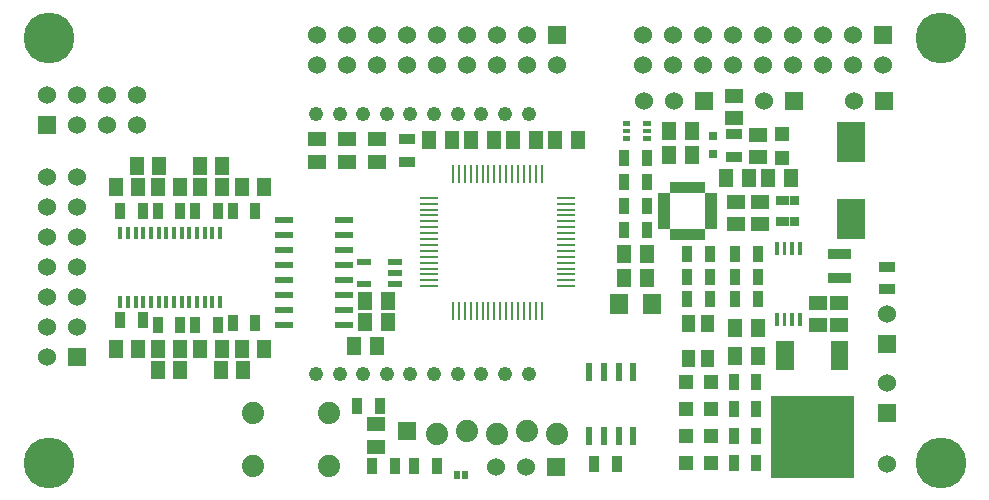
<source format=gts>
G04 (created by PCBNEW (2013-mar-13)-testing) date Wed 25 Sep 2013 08:25:31 AM PDT*
%MOIN*%
G04 Gerber Fmt 3.4, Leading zero omitted, Abs format*
%FSLAX34Y34*%
G01*
G70*
G90*
G04 APERTURE LIST*
%ADD10C,0.005906*%
%ADD11R,0.059000X0.011000*%
%ADD12R,0.011000X0.059000*%
%ADD13R,0.059000X0.051200*%
%ADD14R,0.094500X0.137800*%
%ADD15R,0.051200X0.059000*%
%ADD16R,0.063000X0.071000*%
%ADD17R,0.047200X0.047200*%
%ADD18R,0.031400X0.031400*%
%ADD19R,0.020000X0.030000*%
%ADD20R,0.060000X0.060000*%
%ADD21C,0.060000*%
%ADD22R,0.035000X0.055000*%
%ADD23R,0.055000X0.035000*%
%ADD24C,0.074000*%
%ADD25R,0.012000X0.039000*%
%ADD26R,0.047200X0.021600*%
%ADD27R,0.059055X0.023622*%
%ADD28C,0.169291*%
%ADD29R,0.023622X0.062992*%
%ADD30R,0.025606X0.037406*%
%ADD31C,0.048189*%
G04 APERTURE END LIST*
G54D10*
G54D11*
X63683Y-40576D03*
X63683Y-40379D03*
X63683Y-40182D03*
X63683Y-39985D03*
X63683Y-39788D03*
X63683Y-39592D03*
X63683Y-39395D03*
X63683Y-39198D03*
X63683Y-39002D03*
X63683Y-38805D03*
X63683Y-38608D03*
X63683Y-38412D03*
X63683Y-38215D03*
X63683Y-38018D03*
X63683Y-37821D03*
X63683Y-37624D03*
G54D12*
X62876Y-36817D03*
X62679Y-36817D03*
X62482Y-36817D03*
X62285Y-36817D03*
X62088Y-36817D03*
X61892Y-36817D03*
X61695Y-36817D03*
X61498Y-36817D03*
X61302Y-36817D03*
X61105Y-36817D03*
X60908Y-36817D03*
X60712Y-36817D03*
X60515Y-36817D03*
X60318Y-36817D03*
X60121Y-36817D03*
X59924Y-36817D03*
G54D11*
X59117Y-37624D03*
X59117Y-37821D03*
X59117Y-38018D03*
X59117Y-38215D03*
X59117Y-38412D03*
X59117Y-38608D03*
X59117Y-38805D03*
X59117Y-39002D03*
X59117Y-39198D03*
X59117Y-39395D03*
X59117Y-39592D03*
X59117Y-39788D03*
X59117Y-39985D03*
X59117Y-40182D03*
X59117Y-40379D03*
X59117Y-40576D03*
G54D12*
X59924Y-41383D03*
X60121Y-41383D03*
X60318Y-41383D03*
X60515Y-41383D03*
X60712Y-41383D03*
X60908Y-41383D03*
X61105Y-41383D03*
X61302Y-41383D03*
X61498Y-41383D03*
X61695Y-41383D03*
X61892Y-41383D03*
X62088Y-41383D03*
X62285Y-41383D03*
X62482Y-41383D03*
X62679Y-41383D03*
X62876Y-41383D03*
G54D13*
X72800Y-41125D03*
X72800Y-41875D03*
X57350Y-45925D03*
X57350Y-45175D03*
X72100Y-41125D03*
X72100Y-41875D03*
G54D14*
X73200Y-38330D03*
X73200Y-35770D03*
G54D15*
X66375Y-39500D03*
X65625Y-39500D03*
G54D13*
X56400Y-36425D03*
X56400Y-35675D03*
G54D15*
X63325Y-35700D03*
X64075Y-35700D03*
X65625Y-40300D03*
X66375Y-40300D03*
X69325Y-42900D03*
X70075Y-42900D03*
G54D16*
X65450Y-41180D03*
X66550Y-41180D03*
G54D15*
X61925Y-35700D03*
X62675Y-35700D03*
X61275Y-35700D03*
X60525Y-35700D03*
X59875Y-35700D03*
X59125Y-35700D03*
G54D13*
X57400Y-35675D03*
X57400Y-36425D03*
X69300Y-34225D03*
X69300Y-34975D03*
G54D15*
X71175Y-36950D03*
X70425Y-36950D03*
X69775Y-36950D03*
X69025Y-36950D03*
G54D13*
X70150Y-38500D03*
X70150Y-37750D03*
X55400Y-35675D03*
X55400Y-36425D03*
G54D15*
X50075Y-43350D03*
X50825Y-43350D03*
G54D13*
X69350Y-38500D03*
X69350Y-37750D03*
G54D15*
X67875Y-36200D03*
X67125Y-36200D03*
G54D13*
X70100Y-36275D03*
X70100Y-35525D03*
G54D15*
X67875Y-35400D03*
X67125Y-35400D03*
X70075Y-41950D03*
X69325Y-41950D03*
X52175Y-43350D03*
X52925Y-43350D03*
X48675Y-42650D03*
X49425Y-42650D03*
X50825Y-42650D03*
X50075Y-42650D03*
X51475Y-42650D03*
X52225Y-42650D03*
X52875Y-42650D03*
X53625Y-42650D03*
X57375Y-42575D03*
X56625Y-42575D03*
X57000Y-41075D03*
X57750Y-41075D03*
X57000Y-41750D03*
X57750Y-41750D03*
X52875Y-37250D03*
X53625Y-37250D03*
X51475Y-37250D03*
X52225Y-37250D03*
X50825Y-37250D03*
X50075Y-37250D03*
X48675Y-37250D03*
X49425Y-37250D03*
X49375Y-36550D03*
X50125Y-36550D03*
X51475Y-36550D03*
X52225Y-36550D03*
G54D17*
X67687Y-46450D03*
X68513Y-46450D03*
X67687Y-45550D03*
X68513Y-45550D03*
X67687Y-44650D03*
X68513Y-44650D03*
X67687Y-43750D03*
X68513Y-43750D03*
X70900Y-36313D03*
X70900Y-35487D03*
G54D18*
X68600Y-36155D03*
X68600Y-35565D03*
G54D19*
X60340Y-46850D03*
X60060Y-46850D03*
G54D20*
X74400Y-42500D03*
G54D21*
X74400Y-41500D03*
G54D20*
X74400Y-44800D03*
G54D21*
X74400Y-43800D03*
G54D20*
X63350Y-46600D03*
G54D21*
X62350Y-46600D03*
X61350Y-46600D03*
G54D22*
X58625Y-46550D03*
X59375Y-46550D03*
X69325Y-41000D03*
X70075Y-41000D03*
X69325Y-40250D03*
X70075Y-40250D03*
X57225Y-46550D03*
X57975Y-46550D03*
X69325Y-39500D03*
X70075Y-39500D03*
G54D23*
X74400Y-40675D03*
X74400Y-39925D03*
G54D22*
X68475Y-41000D03*
X67725Y-41000D03*
X68475Y-40250D03*
X67725Y-40250D03*
X68475Y-39500D03*
X67725Y-39500D03*
X69275Y-43750D03*
X70025Y-43750D03*
X69275Y-46450D03*
X70025Y-46450D03*
X69275Y-45550D03*
X70025Y-45550D03*
X65375Y-46500D03*
X64625Y-46500D03*
G54D23*
X58400Y-35675D03*
X58400Y-36425D03*
G54D22*
X66375Y-37900D03*
X65625Y-37900D03*
X69275Y-44650D03*
X70025Y-44650D03*
X50825Y-41850D03*
X50075Y-41850D03*
X66375Y-38700D03*
X65625Y-38700D03*
X66375Y-36300D03*
X65625Y-36300D03*
X51325Y-41850D03*
X52075Y-41850D03*
G54D23*
X69275Y-36250D03*
X69275Y-35500D03*
G54D22*
X56725Y-44550D03*
X57475Y-44550D03*
X66375Y-37100D03*
X65625Y-37100D03*
X48825Y-41700D03*
X49575Y-41700D03*
X53325Y-41800D03*
X52575Y-41800D03*
X49575Y-38050D03*
X48825Y-38050D03*
X50075Y-38050D03*
X50825Y-38050D03*
X52075Y-38050D03*
X51325Y-38050D03*
X52575Y-38050D03*
X53325Y-38050D03*
G54D24*
X53246Y-44785D03*
X55804Y-44790D03*
X53246Y-46565D03*
X55804Y-46560D03*
G54D10*
G36*
X71542Y-39112D02*
X71542Y-39525D01*
X71424Y-39525D01*
X71424Y-39112D01*
X71542Y-39112D01*
X71542Y-39112D01*
G37*
G36*
X71287Y-39112D02*
X71287Y-39525D01*
X71168Y-39525D01*
X71168Y-39112D01*
X71287Y-39112D01*
X71287Y-39112D01*
G37*
G36*
X71031Y-39112D02*
X71031Y-39525D01*
X70912Y-39525D01*
X70912Y-39112D01*
X71031Y-39112D01*
X71031Y-39112D01*
G37*
G36*
X70775Y-39112D02*
X70775Y-39525D01*
X70657Y-39525D01*
X70657Y-39112D01*
X70775Y-39112D01*
X70775Y-39112D01*
G37*
G36*
X70775Y-41474D02*
X70775Y-41887D01*
X70657Y-41887D01*
X70657Y-41474D01*
X70775Y-41474D01*
X70775Y-41474D01*
G37*
G36*
X71031Y-41474D02*
X71031Y-41887D01*
X70912Y-41887D01*
X70912Y-41474D01*
X71031Y-41474D01*
X71031Y-41474D01*
G37*
G36*
X71287Y-41474D02*
X71287Y-41887D01*
X71168Y-41887D01*
X71168Y-41474D01*
X71287Y-41474D01*
X71287Y-41474D01*
G37*
G36*
X71542Y-41474D02*
X71542Y-41887D01*
X71424Y-41887D01*
X71424Y-41474D01*
X71542Y-41474D01*
X71542Y-41474D01*
G37*
G36*
X73100Y-42391D02*
X73100Y-43375D01*
X72510Y-43375D01*
X72510Y-42391D01*
X73100Y-42391D01*
X73100Y-42391D01*
G37*
G36*
X71289Y-42391D02*
X71289Y-43375D01*
X70699Y-43375D01*
X70699Y-42391D01*
X71289Y-42391D01*
X71289Y-42391D01*
G37*
G36*
X73277Y-44222D02*
X73277Y-46977D01*
X70522Y-46977D01*
X70522Y-44222D01*
X73277Y-44222D01*
X73277Y-44222D01*
G37*
G36*
X68198Y-41533D02*
X68631Y-41533D01*
X68631Y-42085D01*
X68198Y-42085D01*
X68198Y-41533D01*
X68198Y-41533D01*
G37*
G36*
X68198Y-42714D02*
X68631Y-42714D01*
X68631Y-43266D01*
X68198Y-43266D01*
X68198Y-42714D01*
X68198Y-42714D01*
G37*
G36*
X67568Y-42714D02*
X68001Y-42714D01*
X68001Y-43266D01*
X67568Y-43266D01*
X67568Y-42714D01*
X67568Y-42714D01*
G37*
G36*
X67568Y-41533D02*
X68001Y-41533D01*
X68001Y-42085D01*
X67568Y-42085D01*
X67568Y-41533D01*
X67568Y-41533D01*
G37*
G54D25*
X48837Y-41098D03*
X49093Y-41098D03*
X49349Y-41098D03*
X49605Y-41098D03*
X49861Y-41098D03*
X50117Y-41098D03*
X50373Y-41098D03*
X50627Y-41098D03*
X50883Y-41098D03*
X51139Y-41098D03*
X51395Y-41098D03*
X51651Y-41098D03*
X51907Y-41098D03*
X52163Y-41098D03*
X52163Y-38802D03*
X51907Y-38802D03*
X51651Y-38802D03*
X51395Y-38802D03*
X51139Y-38802D03*
X50883Y-38802D03*
X50627Y-38802D03*
X50373Y-38802D03*
X50117Y-38802D03*
X49861Y-38802D03*
X49605Y-38802D03*
X49349Y-38802D03*
X49093Y-38802D03*
X48837Y-38802D03*
G54D26*
X57986Y-40499D03*
X57986Y-40125D03*
X57986Y-39751D03*
X56964Y-39751D03*
X56964Y-40499D03*
G54D10*
G36*
X65577Y-35064D02*
X65832Y-35064D01*
X65832Y-35224D01*
X65577Y-35224D01*
X65577Y-35064D01*
X65577Y-35064D01*
G37*
G36*
X65577Y-35320D02*
X65832Y-35320D01*
X65832Y-35479D01*
X65577Y-35479D01*
X65577Y-35320D01*
X65577Y-35320D01*
G37*
G36*
X65577Y-35575D02*
X65832Y-35575D01*
X65832Y-35735D01*
X65577Y-35735D01*
X65577Y-35575D01*
X65577Y-35575D01*
G37*
G36*
X66267Y-35575D02*
X66522Y-35575D01*
X66522Y-35735D01*
X66267Y-35735D01*
X66267Y-35575D01*
X66267Y-35575D01*
G37*
G36*
X66267Y-35320D02*
X66522Y-35320D01*
X66522Y-35479D01*
X66267Y-35479D01*
X66267Y-35320D01*
X66267Y-35320D01*
G37*
G36*
X66267Y-35064D02*
X66522Y-35064D01*
X66522Y-35224D01*
X66267Y-35224D01*
X66267Y-35064D01*
X66267Y-35064D01*
G37*
G54D21*
X74400Y-46500D03*
G54D10*
G36*
X63700Y-31900D02*
X63700Y-32500D01*
X63100Y-32500D01*
X63100Y-31900D01*
X63700Y-31900D01*
X63700Y-31900D01*
G37*
G54D21*
X63400Y-33200D03*
X62400Y-32200D03*
X62400Y-33200D03*
X61400Y-32200D03*
X61400Y-33200D03*
X60400Y-32200D03*
X60400Y-33200D03*
X59400Y-32200D03*
X59400Y-33200D03*
X58400Y-32200D03*
X58400Y-33200D03*
X57400Y-32200D03*
X57400Y-33200D03*
X56400Y-32200D03*
X56400Y-33200D03*
X55400Y-32200D03*
X55400Y-33200D03*
G54D10*
G36*
X74550Y-31900D02*
X74550Y-32500D01*
X73950Y-32500D01*
X73950Y-31900D01*
X74550Y-31900D01*
X74550Y-31900D01*
G37*
G54D21*
X74250Y-33200D03*
X73250Y-32200D03*
X73250Y-33200D03*
X72250Y-32200D03*
X72250Y-33200D03*
X71250Y-32200D03*
X71250Y-33200D03*
X70250Y-32200D03*
X70250Y-33200D03*
X69250Y-32200D03*
X69250Y-33200D03*
X68250Y-32200D03*
X68250Y-33200D03*
X67250Y-32200D03*
X67250Y-33200D03*
X66250Y-32200D03*
X66250Y-33200D03*
G54D20*
X58400Y-45400D03*
G54D24*
X59400Y-45500D03*
X60400Y-45400D03*
X61400Y-45500D03*
X62400Y-45400D03*
X63400Y-45500D03*
G54D20*
X71300Y-34400D03*
G54D21*
X70300Y-34400D03*
G54D20*
X74300Y-34400D03*
G54D21*
X73300Y-34400D03*
G54D27*
X54300Y-38350D03*
X54300Y-38850D03*
X54300Y-39350D03*
X54300Y-39850D03*
X54300Y-40350D03*
X54300Y-40850D03*
X54300Y-41350D03*
X54300Y-41850D03*
X56300Y-41850D03*
X56300Y-41350D03*
X56300Y-40850D03*
X56300Y-40350D03*
X56300Y-39850D03*
X56300Y-39350D03*
X56300Y-38850D03*
X56300Y-38350D03*
G54D28*
X46456Y-46456D03*
X46456Y-32283D03*
G54D29*
X65938Y-45562D03*
X65938Y-43437D03*
X65446Y-45562D03*
X64953Y-45562D03*
X64461Y-45562D03*
X65446Y-43437D03*
X64953Y-43437D03*
X64461Y-43437D03*
G54D20*
X68300Y-34400D03*
G54D21*
X67300Y-34400D03*
X66300Y-34400D03*
G54D10*
G36*
X71304Y-37568D02*
X71451Y-37568D01*
X71451Y-37864D01*
X71304Y-37864D01*
X71304Y-37568D01*
X71304Y-37568D01*
G37*
G36*
X71146Y-37568D02*
X71294Y-37568D01*
X71294Y-37864D01*
X71146Y-37864D01*
X71146Y-37568D01*
X71146Y-37568D01*
G37*
G36*
X70989Y-37568D02*
X71136Y-37568D01*
X71136Y-37864D01*
X70989Y-37864D01*
X70989Y-37568D01*
X70989Y-37568D01*
G37*
G36*
X70831Y-37568D02*
X70979Y-37568D01*
X70979Y-37864D01*
X70831Y-37864D01*
X70831Y-37568D01*
X70831Y-37568D01*
G37*
G36*
X70674Y-37568D02*
X70821Y-37568D01*
X70821Y-37864D01*
X70674Y-37864D01*
X70674Y-37568D01*
X70674Y-37568D01*
G37*
G36*
X70674Y-38277D02*
X70821Y-38277D01*
X70821Y-38572D01*
X70674Y-38572D01*
X70674Y-38277D01*
X70674Y-38277D01*
G37*
G36*
X70831Y-38277D02*
X70979Y-38277D01*
X70979Y-38572D01*
X70831Y-38572D01*
X70831Y-38277D01*
X70831Y-38277D01*
G37*
G36*
X70989Y-38277D02*
X71136Y-38277D01*
X71136Y-38572D01*
X70989Y-38572D01*
X70989Y-38277D01*
X70989Y-38277D01*
G37*
G36*
X71146Y-38277D02*
X71294Y-38277D01*
X71294Y-38572D01*
X71146Y-38572D01*
X71146Y-38277D01*
X71146Y-38277D01*
G37*
G36*
X71304Y-38277D02*
X71451Y-38277D01*
X71451Y-38572D01*
X71304Y-38572D01*
X71304Y-38277D01*
X71304Y-38277D01*
G37*
G54D28*
X76181Y-46456D03*
X76181Y-32283D03*
G54D10*
G36*
X67342Y-39035D02*
X67145Y-39035D01*
X67145Y-38661D01*
X67342Y-38661D01*
X67342Y-39035D01*
X67342Y-39035D01*
G37*
G36*
X67539Y-39035D02*
X67342Y-39035D01*
X67342Y-38661D01*
X67539Y-38661D01*
X67539Y-39035D01*
X67539Y-39035D01*
G37*
G36*
X67736Y-39035D02*
X67539Y-39035D01*
X67539Y-38661D01*
X67736Y-38661D01*
X67736Y-39035D01*
X67736Y-39035D01*
G37*
G36*
X67933Y-39035D02*
X67736Y-39035D01*
X67736Y-38661D01*
X67933Y-38661D01*
X67933Y-39035D01*
X67933Y-39035D01*
G37*
G36*
X68129Y-39035D02*
X67933Y-39035D01*
X67933Y-38661D01*
X68129Y-38661D01*
X68129Y-39035D01*
X68129Y-39035D01*
G37*
G36*
X68326Y-39035D02*
X68129Y-39035D01*
X68129Y-38661D01*
X68326Y-38661D01*
X68326Y-39035D01*
X68326Y-39035D01*
G37*
G36*
X68326Y-37480D02*
X68129Y-37480D01*
X68129Y-37106D01*
X68326Y-37106D01*
X68326Y-37480D01*
X68326Y-37480D01*
G37*
G36*
X68129Y-37480D02*
X67933Y-37480D01*
X67933Y-37106D01*
X68129Y-37106D01*
X68129Y-37480D01*
X68129Y-37480D01*
G37*
G36*
X67933Y-37480D02*
X67736Y-37480D01*
X67736Y-37106D01*
X67933Y-37106D01*
X67933Y-37480D01*
X67933Y-37480D01*
G37*
G36*
X67736Y-37480D02*
X67539Y-37480D01*
X67539Y-37106D01*
X67736Y-37106D01*
X67736Y-37480D01*
X67736Y-37480D01*
G37*
G36*
X67539Y-37480D02*
X67342Y-37480D01*
X67342Y-37106D01*
X67539Y-37106D01*
X67539Y-37480D01*
X67539Y-37480D01*
G37*
G36*
X67342Y-37480D02*
X67145Y-37480D01*
X67145Y-37106D01*
X67342Y-37106D01*
X67342Y-37480D01*
X67342Y-37480D01*
G37*
G36*
X68710Y-38661D02*
X68316Y-38661D01*
X68316Y-38464D01*
X68710Y-38464D01*
X68710Y-38661D01*
X68710Y-38661D01*
G37*
G36*
X68710Y-38464D02*
X68316Y-38464D01*
X68316Y-38267D01*
X68710Y-38267D01*
X68710Y-38464D01*
X68710Y-38464D01*
G37*
G36*
X68710Y-38267D02*
X68316Y-38267D01*
X68316Y-38070D01*
X68710Y-38070D01*
X68710Y-38267D01*
X68710Y-38267D01*
G37*
G36*
X68710Y-38070D02*
X68316Y-38070D01*
X68316Y-37874D01*
X68710Y-37874D01*
X68710Y-38070D01*
X68710Y-38070D01*
G37*
G36*
X68710Y-37874D02*
X68316Y-37874D01*
X68316Y-37677D01*
X68710Y-37677D01*
X68710Y-37874D01*
X68710Y-37874D01*
G37*
G36*
X68710Y-37677D02*
X68316Y-37677D01*
X68316Y-37480D01*
X68710Y-37480D01*
X68710Y-37677D01*
X68710Y-37677D01*
G37*
G36*
X67155Y-37677D02*
X66761Y-37677D01*
X66761Y-37480D01*
X67155Y-37480D01*
X67155Y-37677D01*
X67155Y-37677D01*
G37*
G36*
X67155Y-37874D02*
X66761Y-37874D01*
X66761Y-37677D01*
X67155Y-37677D01*
X67155Y-37874D01*
X67155Y-37874D01*
G37*
G36*
X67155Y-38070D02*
X66761Y-38070D01*
X66761Y-37874D01*
X67155Y-37874D01*
X67155Y-38070D01*
X67155Y-38070D01*
G37*
G36*
X67155Y-38267D02*
X66761Y-38267D01*
X66761Y-38070D01*
X67155Y-38070D01*
X67155Y-38267D01*
X67155Y-38267D01*
G37*
G36*
X67155Y-38464D02*
X66761Y-38464D01*
X66761Y-38267D01*
X67155Y-38267D01*
X67155Y-38464D01*
X67155Y-38464D01*
G37*
G36*
X67155Y-38661D02*
X66761Y-38661D01*
X66761Y-38464D01*
X67155Y-38464D01*
X67155Y-38661D01*
X67155Y-38661D01*
G37*
G54D30*
X72544Y-40294D03*
X72800Y-39506D03*
X73056Y-40294D03*
X72800Y-40294D03*
X73056Y-39506D03*
X72544Y-39506D03*
G54D20*
X46400Y-35200D03*
G54D21*
X46400Y-34200D03*
X47400Y-35200D03*
X47400Y-34200D03*
X48400Y-35200D03*
X48400Y-34200D03*
X49400Y-35200D03*
X49400Y-34200D03*
G54D20*
X47400Y-42933D03*
G54D21*
X46400Y-42933D03*
X47400Y-41933D03*
X46400Y-41933D03*
X47400Y-40933D03*
X46400Y-40933D03*
X47400Y-39933D03*
X46400Y-39933D03*
X47400Y-38933D03*
X46400Y-38933D03*
X47400Y-37933D03*
X46400Y-37933D03*
X47400Y-36933D03*
X46400Y-36933D03*
G54D31*
X55358Y-34824D03*
X56145Y-34824D03*
X56932Y-34824D03*
X57720Y-34824D03*
X58507Y-34824D03*
X59295Y-34824D03*
X60082Y-34824D03*
X60869Y-34824D03*
X61657Y-34824D03*
X62444Y-34824D03*
X55358Y-43485D03*
X56145Y-43485D03*
X56932Y-43485D03*
X57720Y-43485D03*
X58507Y-43485D03*
X59295Y-43485D03*
X60082Y-43485D03*
X60869Y-43485D03*
X61657Y-43485D03*
X62444Y-43485D03*
M02*

</source>
